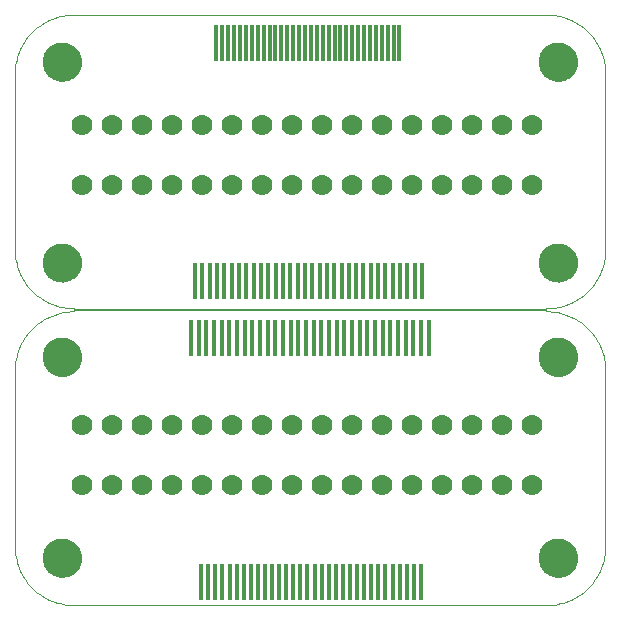
<source format=gts>
G75*
G70*
%OFA0B0*%
%FSLAX24Y24*%
%IPPOS*%
%LPD*%
%AMOC8*
5,1,8,0,0,1.08239X$1,22.5*
%
%ADD10C,0.0000*%
%ADD11C,0.1300*%
%ADD12C,0.0004*%
%ADD13R,1.5748X0.0098*%
%ADD14C,0.0700*%
%ADD15R,0.0120X0.1240*%
D10*
X001056Y001686D02*
X001058Y001736D01*
X001064Y001786D01*
X001074Y001835D01*
X001088Y001883D01*
X001105Y001930D01*
X001126Y001975D01*
X001151Y002019D01*
X001179Y002060D01*
X001211Y002099D01*
X001245Y002136D01*
X001282Y002170D01*
X001322Y002200D01*
X001364Y002227D01*
X001408Y002251D01*
X001454Y002272D01*
X001501Y002288D01*
X001549Y002301D01*
X001599Y002310D01*
X001648Y002315D01*
X001699Y002316D01*
X001749Y002313D01*
X001798Y002306D01*
X001847Y002295D01*
X001895Y002280D01*
X001941Y002262D01*
X001986Y002240D01*
X002029Y002214D01*
X002070Y002185D01*
X002109Y002153D01*
X002145Y002118D01*
X002177Y002080D01*
X002207Y002040D01*
X002234Y001997D01*
X002257Y001953D01*
X002276Y001907D01*
X002292Y001859D01*
X002304Y001810D01*
X002312Y001761D01*
X002316Y001711D01*
X002316Y001661D01*
X002312Y001611D01*
X002304Y001562D01*
X002292Y001513D01*
X002276Y001465D01*
X002257Y001419D01*
X002234Y001375D01*
X002207Y001332D01*
X002177Y001292D01*
X002145Y001254D01*
X002109Y001219D01*
X002070Y001187D01*
X002029Y001158D01*
X001986Y001132D01*
X001941Y001110D01*
X001895Y001092D01*
X001847Y001077D01*
X001798Y001066D01*
X001749Y001059D01*
X001699Y001056D01*
X001648Y001057D01*
X001599Y001062D01*
X001549Y001071D01*
X001501Y001084D01*
X001454Y001100D01*
X001408Y001121D01*
X001364Y001145D01*
X001322Y001172D01*
X001282Y001202D01*
X001245Y001236D01*
X001211Y001273D01*
X001179Y001312D01*
X001151Y001353D01*
X001126Y001397D01*
X001105Y001442D01*
X001088Y001489D01*
X001074Y001537D01*
X001064Y001586D01*
X001058Y001636D01*
X001056Y001686D01*
X001056Y008379D02*
X001058Y008429D01*
X001064Y008479D01*
X001074Y008528D01*
X001088Y008576D01*
X001105Y008623D01*
X001126Y008668D01*
X001151Y008712D01*
X001179Y008753D01*
X001211Y008792D01*
X001245Y008829D01*
X001282Y008863D01*
X001322Y008893D01*
X001364Y008920D01*
X001408Y008944D01*
X001454Y008965D01*
X001501Y008981D01*
X001549Y008994D01*
X001599Y009003D01*
X001648Y009008D01*
X001699Y009009D01*
X001749Y009006D01*
X001798Y008999D01*
X001847Y008988D01*
X001895Y008973D01*
X001941Y008955D01*
X001986Y008933D01*
X002029Y008907D01*
X002070Y008878D01*
X002109Y008846D01*
X002145Y008811D01*
X002177Y008773D01*
X002207Y008733D01*
X002234Y008690D01*
X002257Y008646D01*
X002276Y008600D01*
X002292Y008552D01*
X002304Y008503D01*
X002312Y008454D01*
X002316Y008404D01*
X002316Y008354D01*
X002312Y008304D01*
X002304Y008255D01*
X002292Y008206D01*
X002276Y008158D01*
X002257Y008112D01*
X002234Y008068D01*
X002207Y008025D01*
X002177Y007985D01*
X002145Y007947D01*
X002109Y007912D01*
X002070Y007880D01*
X002029Y007851D01*
X001986Y007825D01*
X001941Y007803D01*
X001895Y007785D01*
X001847Y007770D01*
X001798Y007759D01*
X001749Y007752D01*
X001699Y007749D01*
X001648Y007750D01*
X001599Y007755D01*
X001549Y007764D01*
X001501Y007777D01*
X001454Y007793D01*
X001408Y007814D01*
X001364Y007838D01*
X001322Y007865D01*
X001282Y007895D01*
X001245Y007929D01*
X001211Y007966D01*
X001179Y008005D01*
X001151Y008046D01*
X001126Y008090D01*
X001105Y008135D01*
X001088Y008182D01*
X001074Y008230D01*
X001064Y008279D01*
X001058Y008329D01*
X001056Y008379D01*
X001056Y011528D02*
X001058Y011578D01*
X001064Y011628D01*
X001074Y011677D01*
X001088Y011725D01*
X001105Y011772D01*
X001126Y011817D01*
X001151Y011861D01*
X001179Y011902D01*
X001211Y011941D01*
X001245Y011978D01*
X001282Y012012D01*
X001322Y012042D01*
X001364Y012069D01*
X001408Y012093D01*
X001454Y012114D01*
X001501Y012130D01*
X001549Y012143D01*
X001599Y012152D01*
X001648Y012157D01*
X001699Y012158D01*
X001749Y012155D01*
X001798Y012148D01*
X001847Y012137D01*
X001895Y012122D01*
X001941Y012104D01*
X001986Y012082D01*
X002029Y012056D01*
X002070Y012027D01*
X002109Y011995D01*
X002145Y011960D01*
X002177Y011922D01*
X002207Y011882D01*
X002234Y011839D01*
X002257Y011795D01*
X002276Y011749D01*
X002292Y011701D01*
X002304Y011652D01*
X002312Y011603D01*
X002316Y011553D01*
X002316Y011503D01*
X002312Y011453D01*
X002304Y011404D01*
X002292Y011355D01*
X002276Y011307D01*
X002257Y011261D01*
X002234Y011217D01*
X002207Y011174D01*
X002177Y011134D01*
X002145Y011096D01*
X002109Y011061D01*
X002070Y011029D01*
X002029Y011000D01*
X001986Y010974D01*
X001941Y010952D01*
X001895Y010934D01*
X001847Y010919D01*
X001798Y010908D01*
X001749Y010901D01*
X001699Y010898D01*
X001648Y010899D01*
X001599Y010904D01*
X001549Y010913D01*
X001501Y010926D01*
X001454Y010942D01*
X001408Y010963D01*
X001364Y010987D01*
X001322Y011014D01*
X001282Y011044D01*
X001245Y011078D01*
X001211Y011115D01*
X001179Y011154D01*
X001151Y011195D01*
X001126Y011239D01*
X001105Y011284D01*
X001088Y011331D01*
X001074Y011379D01*
X001064Y011428D01*
X001058Y011478D01*
X001056Y011528D01*
X001056Y018221D02*
X001058Y018271D01*
X001064Y018321D01*
X001074Y018370D01*
X001088Y018418D01*
X001105Y018465D01*
X001126Y018510D01*
X001151Y018554D01*
X001179Y018595D01*
X001211Y018634D01*
X001245Y018671D01*
X001282Y018705D01*
X001322Y018735D01*
X001364Y018762D01*
X001408Y018786D01*
X001454Y018807D01*
X001501Y018823D01*
X001549Y018836D01*
X001599Y018845D01*
X001648Y018850D01*
X001699Y018851D01*
X001749Y018848D01*
X001798Y018841D01*
X001847Y018830D01*
X001895Y018815D01*
X001941Y018797D01*
X001986Y018775D01*
X002029Y018749D01*
X002070Y018720D01*
X002109Y018688D01*
X002145Y018653D01*
X002177Y018615D01*
X002207Y018575D01*
X002234Y018532D01*
X002257Y018488D01*
X002276Y018442D01*
X002292Y018394D01*
X002304Y018345D01*
X002312Y018296D01*
X002316Y018246D01*
X002316Y018196D01*
X002312Y018146D01*
X002304Y018097D01*
X002292Y018048D01*
X002276Y018000D01*
X002257Y017954D01*
X002234Y017910D01*
X002207Y017867D01*
X002177Y017827D01*
X002145Y017789D01*
X002109Y017754D01*
X002070Y017722D01*
X002029Y017693D01*
X001986Y017667D01*
X001941Y017645D01*
X001895Y017627D01*
X001847Y017612D01*
X001798Y017601D01*
X001749Y017594D01*
X001699Y017591D01*
X001648Y017592D01*
X001599Y017597D01*
X001549Y017606D01*
X001501Y017619D01*
X001454Y017635D01*
X001408Y017656D01*
X001364Y017680D01*
X001322Y017707D01*
X001282Y017737D01*
X001245Y017771D01*
X001211Y017808D01*
X001179Y017847D01*
X001151Y017888D01*
X001126Y017932D01*
X001105Y017977D01*
X001088Y018024D01*
X001074Y018072D01*
X001064Y018121D01*
X001058Y018171D01*
X001056Y018221D01*
X017591Y018221D02*
X017593Y018271D01*
X017599Y018321D01*
X017609Y018370D01*
X017623Y018418D01*
X017640Y018465D01*
X017661Y018510D01*
X017686Y018554D01*
X017714Y018595D01*
X017746Y018634D01*
X017780Y018671D01*
X017817Y018705D01*
X017857Y018735D01*
X017899Y018762D01*
X017943Y018786D01*
X017989Y018807D01*
X018036Y018823D01*
X018084Y018836D01*
X018134Y018845D01*
X018183Y018850D01*
X018234Y018851D01*
X018284Y018848D01*
X018333Y018841D01*
X018382Y018830D01*
X018430Y018815D01*
X018476Y018797D01*
X018521Y018775D01*
X018564Y018749D01*
X018605Y018720D01*
X018644Y018688D01*
X018680Y018653D01*
X018712Y018615D01*
X018742Y018575D01*
X018769Y018532D01*
X018792Y018488D01*
X018811Y018442D01*
X018827Y018394D01*
X018839Y018345D01*
X018847Y018296D01*
X018851Y018246D01*
X018851Y018196D01*
X018847Y018146D01*
X018839Y018097D01*
X018827Y018048D01*
X018811Y018000D01*
X018792Y017954D01*
X018769Y017910D01*
X018742Y017867D01*
X018712Y017827D01*
X018680Y017789D01*
X018644Y017754D01*
X018605Y017722D01*
X018564Y017693D01*
X018521Y017667D01*
X018476Y017645D01*
X018430Y017627D01*
X018382Y017612D01*
X018333Y017601D01*
X018284Y017594D01*
X018234Y017591D01*
X018183Y017592D01*
X018134Y017597D01*
X018084Y017606D01*
X018036Y017619D01*
X017989Y017635D01*
X017943Y017656D01*
X017899Y017680D01*
X017857Y017707D01*
X017817Y017737D01*
X017780Y017771D01*
X017746Y017808D01*
X017714Y017847D01*
X017686Y017888D01*
X017661Y017932D01*
X017640Y017977D01*
X017623Y018024D01*
X017609Y018072D01*
X017599Y018121D01*
X017593Y018171D01*
X017591Y018221D01*
X017591Y011528D02*
X017593Y011578D01*
X017599Y011628D01*
X017609Y011677D01*
X017623Y011725D01*
X017640Y011772D01*
X017661Y011817D01*
X017686Y011861D01*
X017714Y011902D01*
X017746Y011941D01*
X017780Y011978D01*
X017817Y012012D01*
X017857Y012042D01*
X017899Y012069D01*
X017943Y012093D01*
X017989Y012114D01*
X018036Y012130D01*
X018084Y012143D01*
X018134Y012152D01*
X018183Y012157D01*
X018234Y012158D01*
X018284Y012155D01*
X018333Y012148D01*
X018382Y012137D01*
X018430Y012122D01*
X018476Y012104D01*
X018521Y012082D01*
X018564Y012056D01*
X018605Y012027D01*
X018644Y011995D01*
X018680Y011960D01*
X018712Y011922D01*
X018742Y011882D01*
X018769Y011839D01*
X018792Y011795D01*
X018811Y011749D01*
X018827Y011701D01*
X018839Y011652D01*
X018847Y011603D01*
X018851Y011553D01*
X018851Y011503D01*
X018847Y011453D01*
X018839Y011404D01*
X018827Y011355D01*
X018811Y011307D01*
X018792Y011261D01*
X018769Y011217D01*
X018742Y011174D01*
X018712Y011134D01*
X018680Y011096D01*
X018644Y011061D01*
X018605Y011029D01*
X018564Y011000D01*
X018521Y010974D01*
X018476Y010952D01*
X018430Y010934D01*
X018382Y010919D01*
X018333Y010908D01*
X018284Y010901D01*
X018234Y010898D01*
X018183Y010899D01*
X018134Y010904D01*
X018084Y010913D01*
X018036Y010926D01*
X017989Y010942D01*
X017943Y010963D01*
X017899Y010987D01*
X017857Y011014D01*
X017817Y011044D01*
X017780Y011078D01*
X017746Y011115D01*
X017714Y011154D01*
X017686Y011195D01*
X017661Y011239D01*
X017640Y011284D01*
X017623Y011331D01*
X017609Y011379D01*
X017599Y011428D01*
X017593Y011478D01*
X017591Y011528D01*
X017591Y008379D02*
X017593Y008429D01*
X017599Y008479D01*
X017609Y008528D01*
X017623Y008576D01*
X017640Y008623D01*
X017661Y008668D01*
X017686Y008712D01*
X017714Y008753D01*
X017746Y008792D01*
X017780Y008829D01*
X017817Y008863D01*
X017857Y008893D01*
X017899Y008920D01*
X017943Y008944D01*
X017989Y008965D01*
X018036Y008981D01*
X018084Y008994D01*
X018134Y009003D01*
X018183Y009008D01*
X018234Y009009D01*
X018284Y009006D01*
X018333Y008999D01*
X018382Y008988D01*
X018430Y008973D01*
X018476Y008955D01*
X018521Y008933D01*
X018564Y008907D01*
X018605Y008878D01*
X018644Y008846D01*
X018680Y008811D01*
X018712Y008773D01*
X018742Y008733D01*
X018769Y008690D01*
X018792Y008646D01*
X018811Y008600D01*
X018827Y008552D01*
X018839Y008503D01*
X018847Y008454D01*
X018851Y008404D01*
X018851Y008354D01*
X018847Y008304D01*
X018839Y008255D01*
X018827Y008206D01*
X018811Y008158D01*
X018792Y008112D01*
X018769Y008068D01*
X018742Y008025D01*
X018712Y007985D01*
X018680Y007947D01*
X018644Y007912D01*
X018605Y007880D01*
X018564Y007851D01*
X018521Y007825D01*
X018476Y007803D01*
X018430Y007785D01*
X018382Y007770D01*
X018333Y007759D01*
X018284Y007752D01*
X018234Y007749D01*
X018183Y007750D01*
X018134Y007755D01*
X018084Y007764D01*
X018036Y007777D01*
X017989Y007793D01*
X017943Y007814D01*
X017899Y007838D01*
X017857Y007865D01*
X017817Y007895D01*
X017780Y007929D01*
X017746Y007966D01*
X017714Y008005D01*
X017686Y008046D01*
X017661Y008090D01*
X017640Y008135D01*
X017623Y008182D01*
X017609Y008230D01*
X017599Y008279D01*
X017593Y008329D01*
X017591Y008379D01*
X017591Y001686D02*
X017593Y001736D01*
X017599Y001786D01*
X017609Y001835D01*
X017623Y001883D01*
X017640Y001930D01*
X017661Y001975D01*
X017686Y002019D01*
X017714Y002060D01*
X017746Y002099D01*
X017780Y002136D01*
X017817Y002170D01*
X017857Y002200D01*
X017899Y002227D01*
X017943Y002251D01*
X017989Y002272D01*
X018036Y002288D01*
X018084Y002301D01*
X018134Y002310D01*
X018183Y002315D01*
X018234Y002316D01*
X018284Y002313D01*
X018333Y002306D01*
X018382Y002295D01*
X018430Y002280D01*
X018476Y002262D01*
X018521Y002240D01*
X018564Y002214D01*
X018605Y002185D01*
X018644Y002153D01*
X018680Y002118D01*
X018712Y002080D01*
X018742Y002040D01*
X018769Y001997D01*
X018792Y001953D01*
X018811Y001907D01*
X018827Y001859D01*
X018839Y001810D01*
X018847Y001761D01*
X018851Y001711D01*
X018851Y001661D01*
X018847Y001611D01*
X018839Y001562D01*
X018827Y001513D01*
X018811Y001465D01*
X018792Y001419D01*
X018769Y001375D01*
X018742Y001332D01*
X018712Y001292D01*
X018680Y001254D01*
X018644Y001219D01*
X018605Y001187D01*
X018564Y001158D01*
X018521Y001132D01*
X018476Y001110D01*
X018430Y001092D01*
X018382Y001077D01*
X018333Y001066D01*
X018284Y001059D01*
X018234Y001056D01*
X018183Y001057D01*
X018134Y001062D01*
X018084Y001071D01*
X018036Y001084D01*
X017989Y001100D01*
X017943Y001121D01*
X017899Y001145D01*
X017857Y001172D01*
X017817Y001202D01*
X017780Y001236D01*
X017746Y001273D01*
X017714Y001312D01*
X017686Y001353D01*
X017661Y001397D01*
X017640Y001442D01*
X017623Y001489D01*
X017609Y001537D01*
X017599Y001586D01*
X017593Y001636D01*
X017591Y001686D01*
D11*
X001686Y001686D03*
X001686Y008379D03*
X001686Y011528D03*
X001686Y018221D03*
X018221Y018221D03*
X018221Y011528D03*
X018221Y008379D03*
X018221Y001686D03*
D12*
X019796Y002079D02*
X019794Y001985D01*
X019787Y001892D01*
X019776Y001799D01*
X019760Y001706D01*
X019740Y001615D01*
X019716Y001524D01*
X019688Y001435D01*
X019655Y001347D01*
X019618Y001261D01*
X019577Y001177D01*
X019532Y001095D01*
X019483Y001014D01*
X019431Y000937D01*
X019375Y000862D01*
X019315Y000790D01*
X019252Y000720D01*
X019186Y000654D01*
X019116Y000591D01*
X019044Y000531D01*
X018969Y000475D01*
X018892Y000423D01*
X018812Y000374D01*
X018729Y000329D01*
X018645Y000288D01*
X018559Y000251D01*
X018471Y000218D01*
X018382Y000190D01*
X018291Y000166D01*
X018200Y000146D01*
X018107Y000130D01*
X018014Y000119D01*
X017921Y000112D01*
X017827Y000110D01*
X017827Y000111D02*
X002079Y000111D01*
X002079Y000110D02*
X001985Y000112D01*
X001892Y000119D01*
X001799Y000130D01*
X001706Y000146D01*
X001615Y000166D01*
X001524Y000190D01*
X001435Y000218D01*
X001347Y000251D01*
X001261Y000288D01*
X001177Y000329D01*
X001094Y000374D01*
X001014Y000423D01*
X000937Y000475D01*
X000862Y000531D01*
X000790Y000591D01*
X000720Y000654D01*
X000654Y000720D01*
X000591Y000790D01*
X000531Y000862D01*
X000475Y000937D01*
X000423Y001014D01*
X000374Y001095D01*
X000329Y001177D01*
X000288Y001261D01*
X000251Y001347D01*
X000218Y001435D01*
X000190Y001524D01*
X000166Y001615D01*
X000146Y001706D01*
X000130Y001799D01*
X000119Y001892D01*
X000112Y001985D01*
X000110Y002079D01*
X000111Y002079D02*
X000111Y007936D01*
X000110Y007936D02*
X000112Y008030D01*
X000119Y008123D01*
X000130Y008216D01*
X000146Y008309D01*
X000166Y008400D01*
X000190Y008491D01*
X000218Y008580D01*
X000251Y008668D01*
X000288Y008754D01*
X000329Y008838D01*
X000374Y008921D01*
X000423Y009001D01*
X000475Y009078D01*
X000531Y009153D01*
X000591Y009225D01*
X000654Y009295D01*
X000720Y009361D01*
X000790Y009424D01*
X000862Y009484D01*
X000937Y009540D01*
X001014Y009592D01*
X001094Y009641D01*
X001177Y009686D01*
X001261Y009727D01*
X001347Y009764D01*
X001435Y009797D01*
X001524Y009825D01*
X001615Y009849D01*
X001706Y009869D01*
X001799Y009885D01*
X001892Y009896D01*
X001985Y009903D01*
X002079Y009905D01*
X002079Y009904D02*
X002079Y010003D01*
X002079Y010002D02*
X001985Y010004D01*
X001892Y010011D01*
X001799Y010022D01*
X001706Y010038D01*
X001615Y010058D01*
X001524Y010082D01*
X001435Y010110D01*
X001347Y010143D01*
X001261Y010180D01*
X001177Y010221D01*
X001094Y010266D01*
X001014Y010315D01*
X000937Y010367D01*
X000862Y010423D01*
X000790Y010483D01*
X000720Y010546D01*
X000654Y010612D01*
X000591Y010682D01*
X000531Y010754D01*
X000475Y010829D01*
X000423Y010906D01*
X000374Y010987D01*
X000329Y011069D01*
X000288Y011153D01*
X000251Y011239D01*
X000218Y011327D01*
X000190Y011416D01*
X000166Y011507D01*
X000146Y011598D01*
X000130Y011691D01*
X000119Y011784D01*
X000112Y011877D01*
X000110Y011971D01*
X000111Y011971D02*
X000111Y017827D01*
X000110Y017827D02*
X000112Y017921D01*
X000119Y018014D01*
X000130Y018107D01*
X000146Y018200D01*
X000166Y018291D01*
X000190Y018382D01*
X000218Y018471D01*
X000251Y018559D01*
X000288Y018645D01*
X000329Y018729D01*
X000374Y018812D01*
X000423Y018892D01*
X000475Y018969D01*
X000531Y019044D01*
X000591Y019116D01*
X000654Y019186D01*
X000720Y019252D01*
X000790Y019315D01*
X000862Y019375D01*
X000937Y019431D01*
X001014Y019483D01*
X001094Y019532D01*
X001177Y019577D01*
X001261Y019618D01*
X001347Y019655D01*
X001435Y019688D01*
X001524Y019716D01*
X001615Y019740D01*
X001706Y019760D01*
X001799Y019776D01*
X001892Y019787D01*
X001985Y019794D01*
X002079Y019796D01*
X017827Y019796D01*
X017921Y019794D01*
X018014Y019787D01*
X018107Y019776D01*
X018200Y019760D01*
X018291Y019740D01*
X018382Y019716D01*
X018471Y019688D01*
X018559Y019655D01*
X018645Y019618D01*
X018729Y019577D01*
X018811Y019532D01*
X018892Y019483D01*
X018969Y019431D01*
X019044Y019375D01*
X019116Y019315D01*
X019186Y019252D01*
X019252Y019186D01*
X019315Y019116D01*
X019375Y019044D01*
X019431Y018969D01*
X019483Y018892D01*
X019532Y018811D01*
X019577Y018729D01*
X019618Y018645D01*
X019655Y018559D01*
X019688Y018471D01*
X019716Y018382D01*
X019740Y018291D01*
X019760Y018200D01*
X019776Y018107D01*
X019787Y018014D01*
X019794Y017921D01*
X019796Y017827D01*
X019796Y011971D01*
X019794Y011877D01*
X019787Y011784D01*
X019776Y011691D01*
X019760Y011598D01*
X019740Y011507D01*
X019716Y011416D01*
X019688Y011327D01*
X019655Y011239D01*
X019618Y011153D01*
X019577Y011069D01*
X019532Y010987D01*
X019483Y010906D01*
X019431Y010829D01*
X019375Y010754D01*
X019315Y010682D01*
X019252Y010612D01*
X019186Y010546D01*
X019116Y010483D01*
X019044Y010423D01*
X018969Y010367D01*
X018892Y010315D01*
X018812Y010266D01*
X018729Y010221D01*
X018645Y010180D01*
X018559Y010143D01*
X018471Y010110D01*
X018382Y010082D01*
X018291Y010058D01*
X018200Y010038D01*
X018107Y010022D01*
X018014Y010011D01*
X017921Y010004D01*
X017827Y010002D01*
X017827Y010003D02*
X017827Y009904D01*
X017827Y009905D02*
X017921Y009903D01*
X018014Y009896D01*
X018107Y009885D01*
X018200Y009869D01*
X018291Y009849D01*
X018382Y009825D01*
X018471Y009797D01*
X018559Y009764D01*
X018645Y009727D01*
X018729Y009686D01*
X018811Y009641D01*
X018892Y009592D01*
X018969Y009540D01*
X019044Y009484D01*
X019116Y009424D01*
X019186Y009361D01*
X019252Y009295D01*
X019315Y009225D01*
X019375Y009153D01*
X019431Y009078D01*
X019483Y009001D01*
X019532Y008920D01*
X019577Y008838D01*
X019618Y008754D01*
X019655Y008668D01*
X019688Y008580D01*
X019716Y008491D01*
X019740Y008400D01*
X019760Y008309D01*
X019776Y008216D01*
X019787Y008123D01*
X019794Y008030D01*
X019796Y007936D01*
X019796Y002079D01*
D13*
X009953Y009953D03*
D14*
X010361Y006111D03*
X011361Y006111D03*
X012361Y006111D03*
X013361Y006111D03*
X014361Y006111D03*
X015361Y006111D03*
X016361Y006111D03*
X017361Y006111D03*
X017361Y004111D03*
X016361Y004111D03*
X015361Y004111D03*
X014361Y004111D03*
X013361Y004111D03*
X012361Y004111D03*
X011361Y004111D03*
X010361Y004111D03*
X009361Y004111D03*
X008361Y004111D03*
X007361Y004111D03*
X006361Y004111D03*
X005361Y004111D03*
X004361Y004111D03*
X003361Y004111D03*
X002361Y004111D03*
X002361Y006111D03*
X003361Y006111D03*
X004361Y006111D03*
X005361Y006111D03*
X006361Y006111D03*
X007361Y006111D03*
X008361Y006111D03*
X009361Y006111D03*
X009361Y014111D03*
X010361Y014111D03*
X011361Y014111D03*
X012361Y014111D03*
X013361Y014111D03*
X014361Y014111D03*
X015361Y014111D03*
X016361Y014111D03*
X017361Y014111D03*
X017361Y016111D03*
X016361Y016111D03*
X015361Y016111D03*
X014361Y016111D03*
X013361Y016111D03*
X012361Y016111D03*
X011361Y016111D03*
X010361Y016111D03*
X009361Y016111D03*
X008361Y016111D03*
X007361Y016111D03*
X006361Y016111D03*
X005361Y016111D03*
X004361Y016111D03*
X003361Y016111D03*
X002361Y016111D03*
X002361Y014111D03*
X003361Y014111D03*
X004361Y014111D03*
X005361Y014111D03*
X006361Y014111D03*
X007361Y014111D03*
X008361Y014111D03*
D15*
X008314Y010916D03*
X008558Y010916D03*
X008802Y010916D03*
X009046Y010916D03*
X009290Y010916D03*
X009534Y010916D03*
X009778Y010916D03*
X010022Y010916D03*
X010266Y010916D03*
X010510Y010916D03*
X010755Y010916D03*
X010999Y010916D03*
X011243Y010916D03*
X011487Y010916D03*
X011731Y010916D03*
X011975Y010916D03*
X012219Y010916D03*
X012463Y010916D03*
X012707Y010916D03*
X012951Y010916D03*
X013196Y010916D03*
X013440Y010916D03*
X013684Y010916D03*
X013654Y009018D03*
X013398Y009018D03*
X013142Y009018D03*
X012886Y009018D03*
X012631Y009018D03*
X012375Y009018D03*
X012119Y009018D03*
X011863Y009018D03*
X011607Y009018D03*
X011351Y009018D03*
X011095Y009018D03*
X010839Y009018D03*
X010583Y009018D03*
X010327Y009018D03*
X010071Y009018D03*
X009816Y009018D03*
X009560Y009018D03*
X009304Y009018D03*
X009048Y009018D03*
X008792Y009018D03*
X008536Y009018D03*
X008280Y009018D03*
X008024Y009018D03*
X007768Y009018D03*
X007512Y009018D03*
X007257Y009018D03*
X007001Y009018D03*
X006745Y009018D03*
X006489Y009018D03*
X006233Y009018D03*
X005977Y009018D03*
X006117Y010916D03*
X006361Y010916D03*
X006605Y010916D03*
X006849Y010916D03*
X007093Y010916D03*
X007337Y010916D03*
X007581Y010916D03*
X007825Y010916D03*
X008070Y010916D03*
X013910Y009018D03*
X013644Y000898D03*
X013408Y000898D03*
X013172Y000898D03*
X012936Y000898D03*
X012699Y000898D03*
X012463Y000898D03*
X012227Y000898D03*
X011991Y000898D03*
X011755Y000898D03*
X011518Y000898D03*
X011282Y000898D03*
X011046Y000898D03*
X010810Y000898D03*
X010573Y000898D03*
X010337Y000898D03*
X010101Y000898D03*
X009865Y000898D03*
X009629Y000898D03*
X009392Y000898D03*
X009156Y000898D03*
X008920Y000898D03*
X008684Y000898D03*
X008447Y000898D03*
X008211Y000898D03*
X007975Y000898D03*
X007739Y000898D03*
X007503Y000898D03*
X007266Y000898D03*
X007030Y000898D03*
X006794Y000898D03*
X006558Y000898D03*
X006321Y000898D03*
X006829Y018865D03*
X007026Y018865D03*
X007223Y018865D03*
X007420Y018865D03*
X007617Y018865D03*
X007814Y018865D03*
X008010Y018865D03*
X008207Y018865D03*
X008404Y018865D03*
X008601Y018865D03*
X008798Y018865D03*
X008995Y018865D03*
X009192Y018865D03*
X009388Y018865D03*
X009585Y018865D03*
X009782Y018865D03*
X009979Y018865D03*
X010176Y018865D03*
X010373Y018865D03*
X010570Y018865D03*
X010766Y018865D03*
X010963Y018865D03*
X011160Y018865D03*
X011357Y018865D03*
X011554Y018865D03*
X011751Y018865D03*
X011947Y018865D03*
X012144Y018865D03*
X012341Y018865D03*
X012538Y018865D03*
X012735Y018865D03*
X012932Y018865D03*
M02*

</source>
